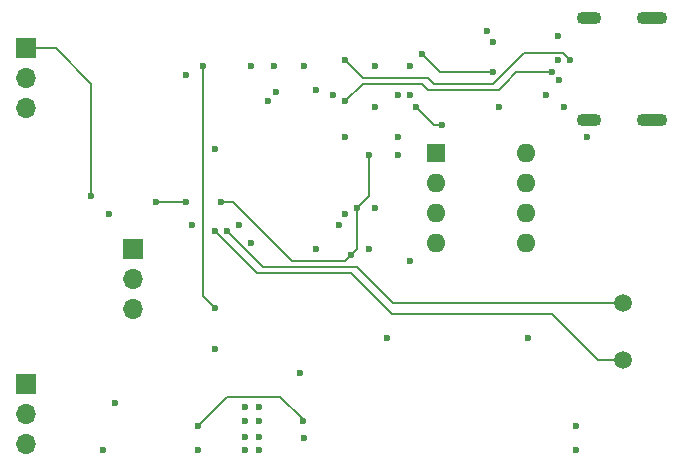
<source format=gbr>
%TF.GenerationSoftware,KiCad,Pcbnew,8.0.6*%
%TF.CreationDate,2025-05-31T11:47:02-05:00*%
%TF.ProjectId,TPS_Calibration_Board,5450535f-4361-46c6-9962-726174696f6e,rev?*%
%TF.SameCoordinates,Original*%
%TF.FileFunction,Copper,L2,Inr*%
%TF.FilePolarity,Positive*%
%FSLAX46Y46*%
G04 Gerber Fmt 4.6, Leading zero omitted, Abs format (unit mm)*
G04 Created by KiCad (PCBNEW 8.0.6) date 2025-05-31 11:47:02*
%MOMM*%
%LPD*%
G01*
G04 APERTURE LIST*
%TA.AperFunction,ComponentPad*%
%ADD10R,1.600000X1.600000*%
%TD*%
%TA.AperFunction,ComponentPad*%
%ADD11O,1.600000X1.600000*%
%TD*%
%TA.AperFunction,ComponentPad*%
%ADD12C,1.500000*%
%TD*%
%TA.AperFunction,ComponentPad*%
%ADD13O,2.600000X1.100000*%
%TD*%
%TA.AperFunction,ComponentPad*%
%ADD14O,2.100000X1.100000*%
%TD*%
%TA.AperFunction,ComponentPad*%
%ADD15R,1.700000X1.700000*%
%TD*%
%TA.AperFunction,ComponentPad*%
%ADD16O,1.700000X1.700000*%
%TD*%
%TA.AperFunction,ComponentPad*%
%ADD17C,0.600000*%
%TD*%
%TA.AperFunction,ViaPad*%
%ADD18C,0.600000*%
%TD*%
%TA.AperFunction,Conductor*%
%ADD19C,0.200000*%
%TD*%
G04 APERTURE END LIST*
D10*
%TO.N,EEPROM_CS*%
%TO.C,U1*%
X176200000Y-96130000D03*
D11*
%TO.N,EEPROM_MISO*%
X176200000Y-98670000D03*
%TO.N,Net-(U1-~{WP})*%
X176200000Y-101210000D03*
%TO.N,GND*%
X176200000Y-103750000D03*
%TO.N,EEPROM_MOSI*%
X183820000Y-103750000D03*
%TO.N,EEPROM_SCK*%
X183820000Y-101210000D03*
%TO.N,Net-(U1-~{HOLD})*%
X183820000Y-98670000D03*
%TO.N,+3.3V*%
X183820000Y-96130000D03*
%TD*%
D12*
%TO.N,Net-(U2-PF1)*%
%TO.C,Y1*%
X192000000Y-108800000D03*
%TO.N,Net-(U2-PF0)*%
X192000000Y-113680000D03*
%TD*%
D13*
%TO.N,GND*%
%TO.C,P1*%
X194470000Y-84680000D03*
D14*
X189110000Y-84680000D03*
D13*
X194470000Y-93320000D03*
D14*
X189110000Y-93320000D03*
%TD*%
D15*
%TO.N,/BOOT0*%
%TO.C,JP1*%
X150500000Y-104210000D03*
D16*
%TO.N,+3.3V*%
X150500000Y-106750000D03*
%TO.N,N/C*%
X150500000Y-109290000D03*
%TD*%
D15*
%TO.N,+5V*%
%TO.C,J2*%
X141500000Y-87225000D03*
D16*
%TO.N,SIG_IN*%
X141500000Y-89765000D03*
%TO.N,GND*%
X141500000Y-92305000D03*
%TD*%
D15*
%TO.N,+5V*%
%TO.C,J1*%
X141500000Y-115670000D03*
D16*
%TO.N,SIG_OUT*%
X141500000Y-118210000D03*
%TO.N,GND*%
X141500000Y-120750000D03*
%TD*%
D17*
%TO.N,GND*%
%TO.C,U4*%
X160000000Y-117650000D03*
X160000000Y-118850000D03*
X160000000Y-120150000D03*
X160000000Y-121250000D03*
X161200000Y-117650000D03*
X161200000Y-118850000D03*
X161200000Y-120150000D03*
X161200000Y-121250000D03*
%TD*%
D18*
%TO.N,GND*%
X155000000Y-89500000D03*
X167500000Y-91250000D03*
%TO.N,Net-(U3-USBDM)*%
X171000000Y-88750000D03*
%TO.N,Net-(U3-USBDP)*%
X171000000Y-92250000D03*
%TO.N,UART_RX*%
X174000000Y-88750000D03*
%TO.N,UART_TX*%
X172977473Y-91251214D03*
X172978462Y-94782438D03*
%TO.N,UART_RX*%
X168500000Y-94750000D03*
%TO.N,GND*%
X174000000Y-91250000D03*
%TO.N,Net-(U3-USBDM)*%
X176709038Y-93760713D03*
X174500000Y-92250000D03*
%TO.N,Net-(P1-D+)*%
X168500000Y-91750000D03*
%TO.N,Net-(P1-D-)*%
X168500000Y-88250000D03*
%TO.N,GND*%
X148500000Y-101250000D03*
%TO.N,NRST*%
X152500000Y-100250000D03*
%TO.N,Net-(P1-D-)*%
X187500000Y-88250000D03*
%TO.N,Net-(P1-D+)*%
X186000000Y-89250000D03*
%TO.N,Net-(P1-VCONN)*%
X186500000Y-88250000D03*
X185500000Y-91250000D03*
%TO.N,Net-(P1-CC)*%
X189000000Y-94750000D03*
X186635709Y-89900000D03*
%TO.N,GND*%
X187000000Y-92250000D03*
X186500000Y-86250000D03*
%TO.N,USB_SENSE*%
X181000000Y-86750000D03*
%TO.N,GND*%
X181500000Y-92250000D03*
%TO.N,Net-(U3-VCC)*%
X175000000Y-87750000D03*
X181000000Y-89250000D03*
%TO.N,GND*%
X180500000Y-85750000D03*
%TO.N,EEPROM_CS*%
X173000000Y-96250000D03*
X162000000Y-91750000D03*
%TO.N,EEPROM_MOSI*%
X168000000Y-102250000D03*
X170500000Y-104250000D03*
%TO.N,GND*%
X174000000Y-105250000D03*
%TO.N,+5V*%
X147000000Y-99750000D03*
%TO.N,/SWDIO*%
X165000000Y-88750000D03*
X166000000Y-90750000D03*
%TO.N,/SWCLK*%
X162603179Y-90947313D03*
X160500000Y-88750000D03*
%TO.N,+3.3V*%
X157500000Y-109250000D03*
X156500000Y-88750000D03*
%TO.N,GND*%
X162500000Y-88750000D03*
%TO.N,SIG_OUT*%
X166000000Y-104250000D03*
%TO.N,SIG_IN*%
X155500000Y-102250000D03*
%TO.N,NRST*%
X159500000Y-102250000D03*
X155000000Y-100250000D03*
%TO.N,GND*%
X157500000Y-95750000D03*
%TO.N,Net-(U2-PF0)*%
X157500000Y-102750000D03*
%TO.N,Net-(U2-PF1)*%
X158500000Y-102750000D03*
%TO.N,GND*%
X184000000Y-111750000D03*
X160500000Y-103750000D03*
X171000000Y-100750000D03*
X168500000Y-101250000D03*
%TO.N,Net-(U2-VDDA)*%
X170500000Y-96250000D03*
X158000000Y-100250000D03*
X169500000Y-100750000D03*
X169000000Y-104750000D03*
%TO.N,+3.3V*%
X188000000Y-119250000D03*
%TO.N,GND*%
X188000000Y-121250000D03*
X156000000Y-121250000D03*
X157500000Y-112750000D03*
X172000000Y-111750000D03*
X165000000Y-120250000D03*
%TO.N,Net-(R11-Pad1)*%
X164693487Y-114764784D03*
%TO.N,Net-(Q1-S)*%
X156000000Y-119250000D03*
X164935000Y-118815000D03*
%TO.N,GND*%
X148000000Y-121250000D03*
%TO.N,+5V*%
X149000000Y-117250000D03*
%TD*%
D19*
%TO.N,Net-(U3-USBDM)*%
X176000000Y-93750000D02*
X176500000Y-93750000D01*
X174500000Y-92250000D02*
X176000000Y-93750000D01*
%TO.N,Net-(P1-D+)*%
X170000000Y-90250000D02*
X168500000Y-91750000D01*
X175000000Y-90250000D02*
X170000000Y-90250000D01*
%TO.N,Net-(P1-D-)*%
X170000000Y-89750000D02*
X168500000Y-88250000D01*
X175500000Y-89750000D02*
X170000000Y-89750000D01*
%TO.N,NRST*%
X155000000Y-100250000D02*
X152500000Y-100250000D01*
%TO.N,Net-(P1-D+)*%
X175500000Y-90750000D02*
X175000000Y-90250000D01*
X183000000Y-89250000D02*
X182000000Y-90250000D01*
X179000000Y-90750000D02*
X175500000Y-90750000D01*
X186000000Y-89250000D02*
X183000000Y-89250000D01*
X182000000Y-90250000D02*
X181500000Y-90750000D01*
X181500000Y-90750000D02*
X179000000Y-90750000D01*
%TO.N,Net-(P1-D-)*%
X187500000Y-88250000D02*
X186900000Y-87650000D01*
X186900000Y-87650000D02*
X183600000Y-87650000D01*
X183600000Y-87650000D02*
X181000000Y-90250000D01*
X181000000Y-90250000D02*
X176000000Y-90250000D01*
X176000000Y-90250000D02*
X175500000Y-89750000D01*
%TO.N,Net-(U3-VCC)*%
X175000000Y-87750000D02*
X176500000Y-89250000D01*
X176500000Y-89250000D02*
X181000000Y-89250000D01*
%TO.N,Net-(U2-PF0)*%
X157500000Y-102750000D02*
X161000000Y-106250000D01*
X172500000Y-109750000D02*
X186000000Y-109750000D01*
X161000000Y-106250000D02*
X169000000Y-106250000D01*
X169000000Y-106250000D02*
X172500000Y-109750000D01*
X186000000Y-109750000D02*
X189930000Y-113680000D01*
X189930000Y-113680000D02*
X192000000Y-113680000D01*
%TO.N,Net-(U2-PF1)*%
X158500000Y-102750000D02*
X161500000Y-105750000D01*
X172550000Y-108800000D02*
X192000000Y-108800000D01*
X161500000Y-105750000D02*
X169500000Y-105750000D01*
X169500000Y-105750000D02*
X172550000Y-108800000D01*
%TO.N,+5V*%
X147000000Y-99750000D02*
X147000000Y-90250000D01*
X143975000Y-87225000D02*
X141500000Y-87225000D01*
X147000000Y-90250000D02*
X143975000Y-87225000D01*
%TO.N,+3.3V*%
X156500000Y-108250000D02*
X157500000Y-109250000D01*
X156500000Y-88750000D02*
X156500000Y-108250000D01*
%TO.N,Net-(U2-VDDA)*%
X169000000Y-104750000D02*
X168500000Y-105250000D01*
X168500000Y-105250000D02*
X164000000Y-105250000D01*
X164000000Y-105250000D02*
X159000000Y-100250000D01*
X159000000Y-100250000D02*
X158000000Y-100250000D01*
X170500000Y-99750000D02*
X170500000Y-96250000D01*
X169500000Y-100750000D02*
X170500000Y-99750000D01*
X169500000Y-104250000D02*
X169500000Y-100750000D01*
X169000000Y-104750000D02*
X169500000Y-104250000D01*
%TO.N,Net-(Q1-S)*%
X164935000Y-118815000D02*
X164935000Y-118685000D01*
X163000000Y-116750000D02*
X158500000Y-116750000D01*
X164935000Y-118685000D02*
X163000000Y-116750000D01*
X158500000Y-116750000D02*
X156000000Y-119250000D01*
%TD*%
M02*

</source>
